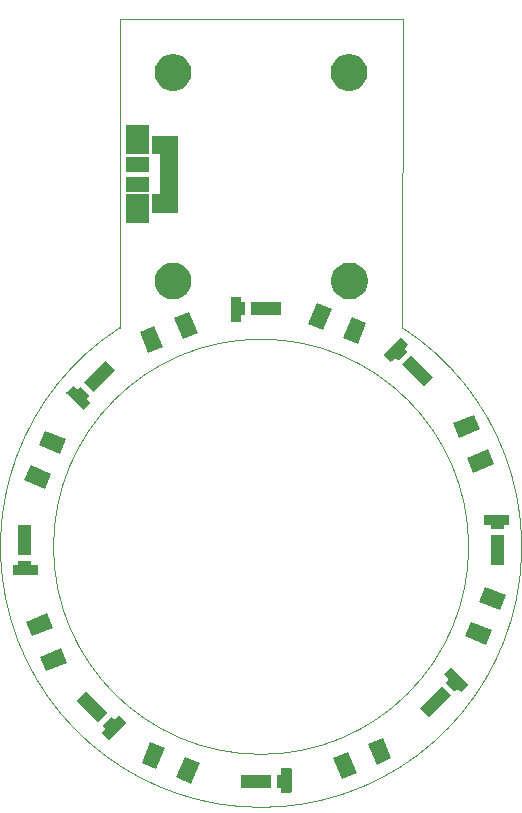
<source format=gbr>
G04 #@! TF.GenerationSoftware,KiCad,Pcbnew,(5.1.0)-1*
G04 #@! TF.CreationDate,2019-04-30T21:22:08-04:00*
G04 #@! TF.ProjectId,MIcroscope_Light,4d496372-6f73-4636-9f70-655f4c696768,rev?*
G04 #@! TF.SameCoordinates,Original*
G04 #@! TF.FileFunction,Soldermask,Bot*
G04 #@! TF.FilePolarity,Negative*
%FSLAX46Y46*%
G04 Gerber Fmt 4.6, Leading zero omitted, Abs format (unit mm)*
G04 Created by KiCad (PCBNEW (5.1.0)-1) date 2019-04-30 21:22:08*
%MOMM*%
%LPD*%
G04 APERTURE LIST*
%ADD10C,0.050000*%
%ADD11C,0.100000*%
G04 APERTURE END LIST*
D10*
X147075000Y-91500000D02*
G75*
G03X147075000Y-91500000I-17575000J0D01*
G01*
X141450000Y-72950000D02*
G75*
G02X117550000Y-72950000I-11950000J-18550000D01*
G01*
X141500000Y-46850000D02*
X141450000Y-72950000D01*
X117550000Y-46850000D02*
X141500000Y-46850000D01*
X117550000Y-72950000D02*
X117550000Y-46850000D01*
D11*
G36*
X131981281Y-110249078D02*
G01*
X131987295Y-110249671D01*
X132002031Y-110252602D01*
X132006635Y-110253998D01*
X132020523Y-110259751D01*
X132024760Y-110262015D01*
X132037243Y-110270358D01*
X132040971Y-110273417D01*
X132051583Y-110284029D01*
X132054642Y-110287757D01*
X132062985Y-110300240D01*
X132065249Y-110304477D01*
X132071002Y-110318365D01*
X132072398Y-110322969D01*
X132075329Y-110337705D01*
X132075922Y-110343719D01*
X132076292Y-110351253D01*
X132076292Y-112248747D01*
X132075922Y-112256281D01*
X132075329Y-112262295D01*
X132072398Y-112277031D01*
X132071002Y-112281635D01*
X132065249Y-112295523D01*
X132062985Y-112299760D01*
X132054642Y-112312243D01*
X132051583Y-112315971D01*
X132040971Y-112326583D01*
X132037243Y-112329642D01*
X132024760Y-112337985D01*
X132020523Y-112340249D01*
X132006635Y-112346002D01*
X132002031Y-112347398D01*
X131987295Y-112350329D01*
X131981281Y-112350922D01*
X131973747Y-112351292D01*
X131276253Y-112351292D01*
X131268719Y-112350922D01*
X131262705Y-112350329D01*
X131247969Y-112347398D01*
X131243365Y-112346002D01*
X131229477Y-112340249D01*
X131225240Y-112337985D01*
X131212757Y-112329642D01*
X131209029Y-112326583D01*
X131198417Y-112315971D01*
X131195358Y-112312243D01*
X131187015Y-112299760D01*
X131184751Y-112295523D01*
X131178998Y-112281635D01*
X131177602Y-112277031D01*
X131174671Y-112262295D01*
X131174078Y-112256281D01*
X131173708Y-112248747D01*
X131173708Y-111952091D01*
X131172732Y-111942181D01*
X131169841Y-111932651D01*
X131165147Y-111923869D01*
X131158829Y-111916171D01*
X131151131Y-111909853D01*
X131142349Y-111905159D01*
X131132819Y-111902268D01*
X131122909Y-111901292D01*
X130877493Y-111901292D01*
X130865043Y-111900066D01*
X130855464Y-111897160D01*
X130846641Y-111892444D01*
X130838905Y-111886095D01*
X130832556Y-111878359D01*
X130827840Y-111869536D01*
X130824934Y-111859957D01*
X130823708Y-111847507D01*
X130823708Y-110852493D01*
X130824934Y-110840043D01*
X130827840Y-110830464D01*
X130832556Y-110821641D01*
X130838905Y-110813905D01*
X130846641Y-110807556D01*
X130855464Y-110802840D01*
X130865043Y-110799934D01*
X130877493Y-110798708D01*
X131122909Y-110798708D01*
X131132819Y-110797732D01*
X131142349Y-110794841D01*
X131151131Y-110790147D01*
X131158829Y-110783829D01*
X131165147Y-110776131D01*
X131169841Y-110767349D01*
X131172732Y-110757819D01*
X131173708Y-110747909D01*
X131173708Y-110351253D01*
X131174078Y-110343719D01*
X131174671Y-110337705D01*
X131177602Y-110322969D01*
X131178998Y-110318365D01*
X131184751Y-110304477D01*
X131187015Y-110300240D01*
X131195358Y-110287757D01*
X131198417Y-110284029D01*
X131209029Y-110273417D01*
X131212757Y-110270358D01*
X131225240Y-110262015D01*
X131229477Y-110259751D01*
X131243365Y-110253998D01*
X131247969Y-110252602D01*
X131262705Y-110249671D01*
X131268719Y-110249078D01*
X131276253Y-110248708D01*
X131973747Y-110248708D01*
X131981281Y-110249078D01*
X131981281Y-110249078D01*
G37*
G36*
X130375800Y-111900800D02*
G01*
X127774200Y-111900800D01*
X127774200Y-110799200D01*
X130375800Y-110799200D01*
X130375800Y-111900800D01*
X130375800Y-111900800D01*
G37*
G36*
X124307182Y-109788659D02*
G01*
X123579471Y-111545509D01*
X122335374Y-111030187D01*
X123063085Y-109273337D01*
X124307182Y-109788659D01*
X124307182Y-109788659D01*
G37*
G36*
X137593348Y-110639610D02*
G01*
X136349251Y-111154932D01*
X135621540Y-109398082D01*
X136865637Y-108882760D01*
X137593348Y-110639610D01*
X137593348Y-110639610D01*
G37*
G36*
X121364626Y-108569813D02*
G01*
X120636915Y-110326663D01*
X119392818Y-109811341D01*
X120120529Y-108054491D01*
X121364626Y-108569813D01*
X121364626Y-108569813D01*
G37*
G36*
X140535904Y-109420764D02*
G01*
X139291807Y-109936086D01*
X138564096Y-108179236D01*
X139808193Y-107663914D01*
X140535904Y-109420764D01*
X140535904Y-109420764D01*
G37*
G36*
X117474523Y-105797680D02*
G01*
X117489251Y-105800609D01*
X117493849Y-105802004D01*
X117496161Y-105802962D01*
X117496172Y-105802965D01*
X117505422Y-105806797D01*
X117505428Y-105806800D01*
X117507745Y-105807760D01*
X117511975Y-105810021D01*
X117524468Y-105818369D01*
X117529146Y-105822208D01*
X117534742Y-105827280D01*
X118027925Y-106320463D01*
X118032997Y-106326059D01*
X118036840Y-106330741D01*
X118045185Y-106343232D01*
X118047447Y-106347462D01*
X118053197Y-106361345D01*
X118054593Y-106365948D01*
X118055081Y-106368403D01*
X118055083Y-106368408D01*
X118057037Y-106378229D01*
X118057526Y-106380689D01*
X118057997Y-106385480D01*
X118057997Y-106400486D01*
X118057526Y-106405277D01*
X118057037Y-106407732D01*
X118057037Y-106407737D01*
X118055083Y-106417558D01*
X118055081Y-106417563D01*
X118054593Y-106420018D01*
X118053197Y-106424621D01*
X118047447Y-106438504D01*
X118045185Y-106442734D01*
X118036840Y-106455225D01*
X118032997Y-106459907D01*
X118027925Y-106465503D01*
X116686214Y-107807214D01*
X116680618Y-107812286D01*
X116675940Y-107816125D01*
X116663447Y-107824473D01*
X116659214Y-107826736D01*
X116656896Y-107827696D01*
X116656894Y-107827697D01*
X116647643Y-107831529D01*
X116647639Y-107831530D01*
X116645329Y-107832487D01*
X116640721Y-107833885D01*
X116625987Y-107836815D01*
X116621198Y-107837286D01*
X116606191Y-107837286D01*
X116601400Y-107836815D01*
X116598942Y-107836326D01*
X116598940Y-107836326D01*
X116589125Y-107834374D01*
X116586666Y-107833885D01*
X116582062Y-107832489D01*
X116579747Y-107831530D01*
X116579744Y-107831529D01*
X116570491Y-107827696D01*
X116570486Y-107827693D01*
X116568168Y-107826733D01*
X116563937Y-107824471D01*
X116560994Y-107822505D01*
X116553536Y-107817521D01*
X116553534Y-107817519D01*
X116551449Y-107816126D01*
X116546768Y-107812286D01*
X116541181Y-107807222D01*
X116047989Y-107314029D01*
X116042917Y-107308434D01*
X116039083Y-107303762D01*
X116030728Y-107291259D01*
X116028465Y-107287026D01*
X116022717Y-107273146D01*
X116021321Y-107268543D01*
X116018390Y-107253809D01*
X116017919Y-107249027D01*
X116017919Y-107233995D01*
X116018390Y-107229213D01*
X116021321Y-107214479D01*
X116022717Y-107209876D01*
X116028465Y-107195996D01*
X116030728Y-107191763D01*
X116039083Y-107179260D01*
X116042917Y-107174588D01*
X116047989Y-107168993D01*
X116257748Y-106959233D01*
X116264066Y-106951535D01*
X116268760Y-106942753D01*
X116271651Y-106933223D01*
X116272627Y-106923313D01*
X116271651Y-106913402D01*
X116268760Y-106903873D01*
X116264066Y-106895090D01*
X116257748Y-106887393D01*
X116084217Y-106713862D01*
X116076275Y-106704185D01*
X116071559Y-106695362D01*
X116068653Y-106685783D01*
X116067673Y-106675826D01*
X116068653Y-106665869D01*
X116071559Y-106656290D01*
X116076275Y-106647467D01*
X116084217Y-106637790D01*
X116787790Y-105934217D01*
X116797467Y-105926275D01*
X116806290Y-105921559D01*
X116815869Y-105918653D01*
X116825826Y-105917673D01*
X116835783Y-105918653D01*
X116845362Y-105921559D01*
X116854185Y-105926275D01*
X116863862Y-105934217D01*
X117037393Y-106107748D01*
X117045091Y-106114066D01*
X117053873Y-106118760D01*
X117063403Y-106121651D01*
X117073313Y-106122627D01*
X117083223Y-106121651D01*
X117092753Y-106118760D01*
X117101535Y-106114066D01*
X117109233Y-106107748D01*
X117389709Y-105827272D01*
X117395296Y-105822208D01*
X117399977Y-105818368D01*
X117402062Y-105816975D01*
X117402064Y-105816973D01*
X117410376Y-105811419D01*
X117412465Y-105810023D01*
X117416696Y-105807761D01*
X117419014Y-105806801D01*
X117419019Y-105806798D01*
X117428272Y-105802965D01*
X117428275Y-105802964D01*
X117430590Y-105802005D01*
X117435194Y-105800609D01*
X117437653Y-105800120D01*
X117447468Y-105798168D01*
X117447470Y-105798168D01*
X117449928Y-105797679D01*
X117454719Y-105797208D01*
X117469725Y-105797208D01*
X117474523Y-105797680D01*
X117474523Y-105797680D01*
G37*
G36*
X116508760Y-105579810D02*
G01*
X115729810Y-106358760D01*
X113890200Y-104519150D01*
X114669150Y-103740200D01*
X116508760Y-105579810D01*
X116508760Y-105579810D01*
G37*
G36*
X145572956Y-104055994D02*
G01*
X143733346Y-105895604D01*
X142954396Y-105116654D01*
X144794006Y-103277044D01*
X145572956Y-104055994D01*
X145572956Y-104055994D01*
G37*
G36*
X145619473Y-101728278D02*
G01*
X145621928Y-101728767D01*
X145621933Y-101728767D01*
X145631754Y-101730721D01*
X145631759Y-101730723D01*
X145634214Y-101731211D01*
X145638817Y-101732607D01*
X145652700Y-101738357D01*
X145656930Y-101740619D01*
X145669421Y-101748964D01*
X145674103Y-101752807D01*
X145679699Y-101757879D01*
X147021410Y-103099590D01*
X147026482Y-103105186D01*
X147030321Y-103109864D01*
X147038669Y-103122357D01*
X147040932Y-103126590D01*
X147046683Y-103140475D01*
X147048081Y-103145083D01*
X147051011Y-103159817D01*
X147051482Y-103164606D01*
X147051482Y-103179613D01*
X147051011Y-103184404D01*
X147048081Y-103199138D01*
X147046685Y-103203742D01*
X147045726Y-103206057D01*
X147045725Y-103206060D01*
X147041892Y-103215313D01*
X147041889Y-103215318D01*
X147040929Y-103217636D01*
X147038667Y-103221867D01*
X147030322Y-103234355D01*
X147026482Y-103239036D01*
X147021418Y-103244623D01*
X146528225Y-103737815D01*
X146522630Y-103742887D01*
X146517958Y-103746721D01*
X146505455Y-103755076D01*
X146501222Y-103757339D01*
X146487342Y-103763087D01*
X146482739Y-103764483D01*
X146480279Y-103764972D01*
X146480277Y-103764973D01*
X146476808Y-103765663D01*
X146468005Y-103767414D01*
X146463223Y-103767885D01*
X146448191Y-103767885D01*
X146443409Y-103767414D01*
X146434606Y-103765663D01*
X146431137Y-103764973D01*
X146431135Y-103764972D01*
X146428675Y-103764483D01*
X146424072Y-103763087D01*
X146410192Y-103757339D01*
X146405959Y-103755076D01*
X146393456Y-103746721D01*
X146388784Y-103742887D01*
X146383189Y-103737815D01*
X146173429Y-103528056D01*
X146165731Y-103521738D01*
X146156949Y-103517044D01*
X146147419Y-103514153D01*
X146137509Y-103513177D01*
X146127598Y-103514153D01*
X146118069Y-103517044D01*
X146109286Y-103521738D01*
X146101589Y-103528056D01*
X145928058Y-103701587D01*
X145918381Y-103709529D01*
X145909558Y-103714245D01*
X145899979Y-103717151D01*
X145890022Y-103718131D01*
X145880065Y-103717151D01*
X145870486Y-103714245D01*
X145861663Y-103709529D01*
X145851986Y-103701587D01*
X145148413Y-102998014D01*
X145140471Y-102988337D01*
X145135755Y-102979514D01*
X145132849Y-102969935D01*
X145131869Y-102959978D01*
X145132849Y-102950021D01*
X145135755Y-102940442D01*
X145140471Y-102931619D01*
X145148413Y-102921942D01*
X145321944Y-102748411D01*
X145328262Y-102740713D01*
X145332956Y-102731931D01*
X145335847Y-102722401D01*
X145336823Y-102712491D01*
X145335847Y-102702581D01*
X145332956Y-102693051D01*
X145328262Y-102684269D01*
X145321944Y-102676571D01*
X145041468Y-102396095D01*
X145036404Y-102390508D01*
X145032564Y-102385827D01*
X145024219Y-102373339D01*
X145021957Y-102369108D01*
X145020997Y-102366790D01*
X145020994Y-102366785D01*
X145017161Y-102357532D01*
X145017160Y-102357529D01*
X145016201Y-102355214D01*
X145014805Y-102350610D01*
X145011875Y-102335876D01*
X145011404Y-102331085D01*
X145011404Y-102316079D01*
X145011876Y-102311281D01*
X145014805Y-102296553D01*
X145016200Y-102291955D01*
X145017158Y-102289643D01*
X145017161Y-102289632D01*
X145020993Y-102280382D01*
X145020996Y-102280376D01*
X145021956Y-102278059D01*
X145024217Y-102273829D01*
X145032565Y-102261336D01*
X145036404Y-102256658D01*
X145041476Y-102251062D01*
X145534659Y-101757879D01*
X145540255Y-101752807D01*
X145544937Y-101748964D01*
X145557428Y-101740619D01*
X145561658Y-101738357D01*
X145575541Y-101732607D01*
X145580144Y-101731211D01*
X145582599Y-101730723D01*
X145582604Y-101730721D01*
X145592425Y-101728767D01*
X145592430Y-101728767D01*
X145594885Y-101728278D01*
X145599676Y-101727807D01*
X145614682Y-101727807D01*
X145619473Y-101728278D01*
X145619473Y-101728278D01*
G37*
G36*
X113086086Y-101308193D02*
G01*
X111329236Y-102035904D01*
X110813914Y-100791807D01*
X112570764Y-100064096D01*
X113086086Y-101308193D01*
X113086086Y-101308193D01*
G37*
G36*
X149026663Y-98563085D02*
G01*
X148511341Y-99807182D01*
X146754491Y-99079471D01*
X147269813Y-97835374D01*
X149026663Y-98563085D01*
X149026663Y-98563085D01*
G37*
G36*
X111867240Y-98365637D02*
G01*
X110110390Y-99093348D01*
X109595068Y-97849251D01*
X111351918Y-97121540D01*
X111867240Y-98365637D01*
X111867240Y-98365637D01*
G37*
G36*
X150245509Y-95620529D02*
G01*
X149730187Y-96864626D01*
X147973337Y-96136915D01*
X148488659Y-94892818D01*
X150245509Y-95620529D01*
X150245509Y-95620529D01*
G37*
G36*
X110009957Y-92674934D02*
G01*
X110019536Y-92677840D01*
X110028359Y-92682556D01*
X110036095Y-92688905D01*
X110042444Y-92696641D01*
X110047160Y-92705464D01*
X110050066Y-92715043D01*
X110051292Y-92727493D01*
X110051292Y-92972909D01*
X110052268Y-92982819D01*
X110055159Y-92992349D01*
X110059853Y-93001131D01*
X110066171Y-93008829D01*
X110073869Y-93015147D01*
X110082651Y-93019841D01*
X110092181Y-93022732D01*
X110102091Y-93023708D01*
X110498747Y-93023708D01*
X110506281Y-93024078D01*
X110512295Y-93024671D01*
X110527031Y-93027602D01*
X110531635Y-93028998D01*
X110545523Y-93034751D01*
X110549760Y-93037015D01*
X110562243Y-93045358D01*
X110565971Y-93048417D01*
X110576583Y-93059029D01*
X110579642Y-93062757D01*
X110587985Y-93075240D01*
X110590249Y-93079477D01*
X110596002Y-93093365D01*
X110597398Y-93097969D01*
X110600329Y-93112705D01*
X110600922Y-93118719D01*
X110601292Y-93126253D01*
X110601292Y-93823747D01*
X110600922Y-93831281D01*
X110600329Y-93837295D01*
X110597398Y-93852031D01*
X110596002Y-93856635D01*
X110590249Y-93870523D01*
X110587985Y-93874760D01*
X110579642Y-93887243D01*
X110576583Y-93890971D01*
X110565971Y-93901583D01*
X110562243Y-93904642D01*
X110549760Y-93912985D01*
X110545523Y-93915249D01*
X110531635Y-93921002D01*
X110527031Y-93922398D01*
X110512295Y-93925329D01*
X110506281Y-93925922D01*
X110498747Y-93926292D01*
X108601253Y-93926292D01*
X108593719Y-93925922D01*
X108587705Y-93925329D01*
X108572969Y-93922398D01*
X108568365Y-93921002D01*
X108554477Y-93915249D01*
X108550240Y-93912985D01*
X108537757Y-93904642D01*
X108534029Y-93901583D01*
X108523417Y-93890971D01*
X108520358Y-93887243D01*
X108512015Y-93874760D01*
X108509751Y-93870523D01*
X108503998Y-93856635D01*
X108502602Y-93852031D01*
X108499671Y-93837295D01*
X108499078Y-93831281D01*
X108498708Y-93823747D01*
X108498708Y-93126253D01*
X108499078Y-93118719D01*
X108499671Y-93112705D01*
X108502602Y-93097969D01*
X108503998Y-93093365D01*
X108509751Y-93079477D01*
X108512015Y-93075240D01*
X108520358Y-93062757D01*
X108523417Y-93059029D01*
X108534029Y-93048417D01*
X108537757Y-93045358D01*
X108550240Y-93037015D01*
X108554477Y-93034751D01*
X108568365Y-93028998D01*
X108572969Y-93027602D01*
X108587705Y-93024671D01*
X108593719Y-93024078D01*
X108601253Y-93023708D01*
X108897909Y-93023708D01*
X108907819Y-93022732D01*
X108917349Y-93019841D01*
X108926131Y-93015147D01*
X108933829Y-93008829D01*
X108940147Y-93001131D01*
X108944841Y-92992349D01*
X108947732Y-92982819D01*
X108948708Y-92972909D01*
X108948708Y-92727493D01*
X108949934Y-92715043D01*
X108952840Y-92705464D01*
X108957556Y-92696641D01*
X108963905Y-92688905D01*
X108971641Y-92682556D01*
X108980464Y-92677840D01*
X108990043Y-92674934D01*
X109002493Y-92673708D01*
X109997507Y-92673708D01*
X110009957Y-92674934D01*
X110009957Y-92674934D01*
G37*
G36*
X150050800Y-93075800D02*
G01*
X148949200Y-93075800D01*
X148949200Y-90474200D01*
X150050800Y-90474200D01*
X150050800Y-93075800D01*
X150050800Y-93075800D01*
G37*
G36*
X110050800Y-92225800D02*
G01*
X108949200Y-92225800D01*
X108949200Y-89624200D01*
X110050800Y-89624200D01*
X110050800Y-92225800D01*
X110050800Y-92225800D01*
G37*
G36*
X150406281Y-88774078D02*
G01*
X150412295Y-88774671D01*
X150427031Y-88777602D01*
X150431635Y-88778998D01*
X150445523Y-88784751D01*
X150449760Y-88787015D01*
X150462243Y-88795358D01*
X150465971Y-88798417D01*
X150476583Y-88809029D01*
X150479642Y-88812757D01*
X150487985Y-88825240D01*
X150490249Y-88829477D01*
X150496002Y-88843365D01*
X150497398Y-88847969D01*
X150500329Y-88862705D01*
X150500922Y-88868719D01*
X150501292Y-88876253D01*
X150501292Y-89573747D01*
X150500922Y-89581281D01*
X150500329Y-89587295D01*
X150497398Y-89602031D01*
X150496002Y-89606635D01*
X150490249Y-89620523D01*
X150487985Y-89624760D01*
X150479642Y-89637243D01*
X150476583Y-89640971D01*
X150465971Y-89651583D01*
X150462243Y-89654642D01*
X150449760Y-89662985D01*
X150445523Y-89665249D01*
X150431635Y-89671002D01*
X150427031Y-89672398D01*
X150412295Y-89675329D01*
X150406281Y-89675922D01*
X150398747Y-89676292D01*
X150102091Y-89676292D01*
X150092181Y-89677268D01*
X150082651Y-89680159D01*
X150073869Y-89684853D01*
X150066171Y-89691171D01*
X150059853Y-89698869D01*
X150055159Y-89707651D01*
X150052268Y-89717181D01*
X150051292Y-89727091D01*
X150051292Y-89972507D01*
X150050066Y-89984957D01*
X150047160Y-89994536D01*
X150042444Y-90003359D01*
X150036095Y-90011095D01*
X150028359Y-90017444D01*
X150019536Y-90022160D01*
X150009957Y-90025066D01*
X149997507Y-90026292D01*
X149002493Y-90026292D01*
X148990043Y-90025066D01*
X148980464Y-90022160D01*
X148971641Y-90017444D01*
X148963905Y-90011095D01*
X148957556Y-90003359D01*
X148952840Y-89994536D01*
X148949934Y-89984957D01*
X148948708Y-89972507D01*
X148948708Y-89727091D01*
X148947732Y-89717181D01*
X148944841Y-89707651D01*
X148940147Y-89698869D01*
X148933829Y-89691171D01*
X148926131Y-89684853D01*
X148917349Y-89680159D01*
X148907819Y-89677268D01*
X148897909Y-89676292D01*
X148501253Y-89676292D01*
X148493719Y-89675922D01*
X148487705Y-89675329D01*
X148472969Y-89672398D01*
X148468365Y-89671002D01*
X148454477Y-89665249D01*
X148450240Y-89662985D01*
X148437757Y-89654642D01*
X148434029Y-89651583D01*
X148423417Y-89640971D01*
X148420358Y-89637243D01*
X148412015Y-89624760D01*
X148409751Y-89620523D01*
X148403998Y-89606635D01*
X148402602Y-89602031D01*
X148399671Y-89587295D01*
X148399078Y-89581281D01*
X148398708Y-89573747D01*
X148398708Y-88876253D01*
X148399078Y-88868719D01*
X148399671Y-88862705D01*
X148402602Y-88847969D01*
X148403998Y-88843365D01*
X148409751Y-88829477D01*
X148412015Y-88825240D01*
X148420358Y-88812757D01*
X148423417Y-88809029D01*
X148434029Y-88798417D01*
X148437757Y-88795358D01*
X148450240Y-88787015D01*
X148454477Y-88784751D01*
X148468365Y-88778998D01*
X148472969Y-88777602D01*
X148487705Y-88774671D01*
X148493719Y-88774078D01*
X148501253Y-88773708D01*
X150398747Y-88773708D01*
X150406281Y-88774078D01*
X150406281Y-88774078D01*
G37*
G36*
X111736086Y-85341807D02*
G01*
X111220764Y-86585904D01*
X109463914Y-85858193D01*
X109979236Y-84614096D01*
X111736086Y-85341807D01*
X111736086Y-85341807D01*
G37*
G36*
X149236086Y-84508193D02*
G01*
X147479236Y-85235904D01*
X146963914Y-83991807D01*
X148720764Y-83264096D01*
X149236086Y-84508193D01*
X149236086Y-84508193D01*
G37*
G36*
X112954932Y-82399251D02*
G01*
X112439610Y-83643348D01*
X110682760Y-82915637D01*
X111198082Y-81671540D01*
X112954932Y-82399251D01*
X112954932Y-82399251D01*
G37*
G36*
X148017240Y-81565637D02*
G01*
X146260390Y-82293348D01*
X145745068Y-81049251D01*
X147501918Y-80321540D01*
X148017240Y-81565637D01*
X148017240Y-81565637D01*
G37*
G36*
X113620787Y-77868390D02*
G01*
X113629590Y-77870141D01*
X113633059Y-77870831D01*
X113633061Y-77870832D01*
X113635521Y-77871321D01*
X113640124Y-77872717D01*
X113654004Y-77878465D01*
X113658237Y-77880728D01*
X113670740Y-77889083D01*
X113675412Y-77892917D01*
X113681007Y-77897989D01*
X113890767Y-78107748D01*
X113898465Y-78114066D01*
X113907247Y-78118760D01*
X113916777Y-78121651D01*
X113926687Y-78122627D01*
X113936598Y-78121651D01*
X113946127Y-78118760D01*
X113954910Y-78114066D01*
X113962607Y-78107748D01*
X114136138Y-77934217D01*
X114145815Y-77926275D01*
X114154638Y-77921559D01*
X114164217Y-77918653D01*
X114174174Y-77917673D01*
X114184131Y-77918653D01*
X114193710Y-77921559D01*
X114202533Y-77926275D01*
X114212210Y-77934217D01*
X114915783Y-78637790D01*
X114923725Y-78647467D01*
X114928441Y-78656290D01*
X114931347Y-78665869D01*
X114932327Y-78675826D01*
X114931347Y-78685783D01*
X114928441Y-78695362D01*
X114923725Y-78704185D01*
X114915783Y-78713862D01*
X114742252Y-78887393D01*
X114735934Y-78895091D01*
X114731240Y-78903873D01*
X114728349Y-78913403D01*
X114727373Y-78923313D01*
X114728349Y-78933223D01*
X114731240Y-78942753D01*
X114735934Y-78951535D01*
X114742252Y-78959233D01*
X115022728Y-79239709D01*
X115027792Y-79245296D01*
X115031632Y-79249977D01*
X115039977Y-79262465D01*
X115042239Y-79266696D01*
X115043199Y-79269014D01*
X115043202Y-79269019D01*
X115047035Y-79278272D01*
X115047995Y-79280590D01*
X115049391Y-79285194D01*
X115052321Y-79299928D01*
X115052792Y-79304719D01*
X115052792Y-79319725D01*
X115052320Y-79324523D01*
X115049391Y-79339251D01*
X115047996Y-79343849D01*
X115047038Y-79346161D01*
X115047035Y-79346172D01*
X115043203Y-79355422D01*
X115043200Y-79355428D01*
X115042240Y-79357745D01*
X115039979Y-79361975D01*
X115031631Y-79374468D01*
X115027792Y-79379146D01*
X115022720Y-79384742D01*
X114529537Y-79877925D01*
X114523941Y-79882997D01*
X114519259Y-79886840D01*
X114506768Y-79895185D01*
X114502538Y-79897447D01*
X114488655Y-79903197D01*
X114484052Y-79904593D01*
X114481597Y-79905081D01*
X114481592Y-79905083D01*
X114471771Y-79907037D01*
X114471766Y-79907037D01*
X114469311Y-79907526D01*
X114464520Y-79907997D01*
X114449514Y-79907997D01*
X114444723Y-79907526D01*
X114442268Y-79907037D01*
X114442263Y-79907037D01*
X114432442Y-79905083D01*
X114432437Y-79905081D01*
X114429982Y-79904593D01*
X114425379Y-79903197D01*
X114411496Y-79897447D01*
X114407266Y-79895185D01*
X114394775Y-79886840D01*
X114390093Y-79882997D01*
X114384497Y-79877925D01*
X113042786Y-78536214D01*
X113037714Y-78530618D01*
X113033875Y-78525940D01*
X113025527Y-78513447D01*
X113023264Y-78509214D01*
X113017513Y-78495329D01*
X113016115Y-78490721D01*
X113013185Y-78475987D01*
X113012714Y-78471198D01*
X113012714Y-78456191D01*
X113013185Y-78451400D01*
X113016115Y-78436666D01*
X113017511Y-78432062D01*
X113018471Y-78429744D01*
X113022304Y-78420491D01*
X113022307Y-78420486D01*
X113023267Y-78418168D01*
X113025529Y-78413937D01*
X113033874Y-78401449D01*
X113037714Y-78396768D01*
X113042778Y-78391181D01*
X113535971Y-77897989D01*
X113541566Y-77892917D01*
X113546238Y-77889083D01*
X113558741Y-77880728D01*
X113562974Y-77878465D01*
X113576854Y-77872717D01*
X113581457Y-77871321D01*
X113583917Y-77870832D01*
X113583919Y-77870831D01*
X113587388Y-77870141D01*
X113596191Y-77868390D01*
X113600973Y-77867919D01*
X113616005Y-77867919D01*
X113620787Y-77868390D01*
X113620787Y-77868390D01*
G37*
G36*
X117109800Y-76519150D02*
G01*
X115270190Y-78358760D01*
X114491240Y-77579810D01*
X116330850Y-75740200D01*
X117109800Y-76519150D01*
X117109800Y-76519150D01*
G37*
G36*
X144045604Y-77116654D02*
G01*
X143266654Y-77895604D01*
X141427044Y-76055994D01*
X142205994Y-75277044D01*
X144045604Y-77116654D01*
X144045604Y-77116654D01*
G37*
G36*
X141334404Y-73798989D02*
G01*
X141336862Y-73799478D01*
X141336864Y-73799478D01*
X141346679Y-73801430D01*
X141349138Y-73801919D01*
X141353742Y-73803315D01*
X141356057Y-73804274D01*
X141356060Y-73804275D01*
X141365313Y-73808108D01*
X141365318Y-73808111D01*
X141367636Y-73809071D01*
X141371867Y-73811333D01*
X141373956Y-73812729D01*
X141382268Y-73818283D01*
X141382270Y-73818285D01*
X141384355Y-73819678D01*
X141389036Y-73823518D01*
X141394623Y-73828582D01*
X141887815Y-74321775D01*
X141892887Y-74327370D01*
X141896721Y-74332042D01*
X141905076Y-74344545D01*
X141907339Y-74348778D01*
X141913087Y-74362658D01*
X141914483Y-74367261D01*
X141917414Y-74381995D01*
X141917885Y-74386777D01*
X141917885Y-74401809D01*
X141917414Y-74406591D01*
X141914483Y-74421325D01*
X141913087Y-74425928D01*
X141907339Y-74439808D01*
X141905076Y-74444041D01*
X141896721Y-74456544D01*
X141892887Y-74461216D01*
X141887815Y-74466811D01*
X141678056Y-74676571D01*
X141671738Y-74684269D01*
X141667044Y-74693051D01*
X141664153Y-74702581D01*
X141663177Y-74712491D01*
X141664153Y-74722402D01*
X141667044Y-74731931D01*
X141671738Y-74740714D01*
X141678056Y-74748411D01*
X141851587Y-74921942D01*
X141859529Y-74931619D01*
X141864245Y-74940442D01*
X141867151Y-74950021D01*
X141868131Y-74959978D01*
X141867151Y-74969935D01*
X141864245Y-74979514D01*
X141859529Y-74988337D01*
X141851587Y-74998014D01*
X141148014Y-75701587D01*
X141138337Y-75709529D01*
X141129514Y-75714245D01*
X141119935Y-75717151D01*
X141109978Y-75718131D01*
X141100021Y-75717151D01*
X141090442Y-75714245D01*
X141081619Y-75709529D01*
X141071942Y-75701587D01*
X140898411Y-75528056D01*
X140890713Y-75521738D01*
X140881931Y-75517044D01*
X140872401Y-75514153D01*
X140862491Y-75513177D01*
X140852581Y-75514153D01*
X140843051Y-75517044D01*
X140834269Y-75521738D01*
X140826571Y-75528056D01*
X140546095Y-75808532D01*
X140540508Y-75813596D01*
X140535827Y-75817436D01*
X140533742Y-75818829D01*
X140533740Y-75818831D01*
X140526282Y-75823815D01*
X140523339Y-75825781D01*
X140519108Y-75828043D01*
X140516790Y-75829003D01*
X140516785Y-75829006D01*
X140507532Y-75832839D01*
X140507529Y-75832840D01*
X140505214Y-75833799D01*
X140500610Y-75835195D01*
X140498151Y-75835684D01*
X140488336Y-75837636D01*
X140488334Y-75837636D01*
X140485876Y-75838125D01*
X140481085Y-75838596D01*
X140466079Y-75838596D01*
X140461281Y-75838124D01*
X140446553Y-75835195D01*
X140441955Y-75833800D01*
X140439643Y-75832842D01*
X140439632Y-75832839D01*
X140430382Y-75829007D01*
X140430376Y-75829004D01*
X140428059Y-75828044D01*
X140423829Y-75825783D01*
X140411336Y-75817435D01*
X140406658Y-75813596D01*
X140401062Y-75808524D01*
X139907879Y-75315341D01*
X139902807Y-75309745D01*
X139898964Y-75305063D01*
X139890619Y-75292572D01*
X139888357Y-75288342D01*
X139882607Y-75274459D01*
X139881211Y-75269856D01*
X139880723Y-75267401D01*
X139880721Y-75267396D01*
X139878767Y-75257575D01*
X139878767Y-75257570D01*
X139878278Y-75255115D01*
X139877807Y-75250324D01*
X139877807Y-75235318D01*
X139878278Y-75230527D01*
X139878767Y-75228067D01*
X139880721Y-75218246D01*
X139880723Y-75218241D01*
X139881211Y-75215786D01*
X139882607Y-75211183D01*
X139888357Y-75197300D01*
X139890619Y-75193070D01*
X139898964Y-75180579D01*
X139902807Y-75175897D01*
X139907879Y-75170301D01*
X141249590Y-73828590D01*
X141255186Y-73823518D01*
X141259864Y-73819679D01*
X141272357Y-73811331D01*
X141276590Y-73809068D01*
X141278910Y-73808107D01*
X141288161Y-73804275D01*
X141288165Y-73804274D01*
X141290475Y-73803317D01*
X141295083Y-73801919D01*
X141309817Y-73798989D01*
X141314606Y-73798518D01*
X141329613Y-73798518D01*
X141334404Y-73798989D01*
X141334404Y-73798989D01*
G37*
G36*
X121193348Y-74589610D02*
G01*
X119949251Y-75104932D01*
X119221540Y-73348082D01*
X120465637Y-72832760D01*
X121193348Y-74589610D01*
X121193348Y-74589610D01*
G37*
G36*
X138407182Y-72588659D02*
G01*
X137679471Y-74345509D01*
X136435374Y-73830187D01*
X137163085Y-72073337D01*
X138407182Y-72588659D01*
X138407182Y-72588659D01*
G37*
G36*
X124135904Y-73370764D02*
G01*
X122891807Y-73886086D01*
X122164096Y-72129236D01*
X123408193Y-71613914D01*
X124135904Y-73370764D01*
X124135904Y-73370764D01*
G37*
G36*
X135464626Y-71369813D02*
G01*
X134736915Y-73126663D01*
X133492818Y-72611341D01*
X134220529Y-70854491D01*
X135464626Y-71369813D01*
X135464626Y-71369813D01*
G37*
G36*
X127731281Y-70349078D02*
G01*
X127737295Y-70349671D01*
X127752031Y-70352602D01*
X127756635Y-70353998D01*
X127770523Y-70359751D01*
X127774760Y-70362015D01*
X127787243Y-70370358D01*
X127790971Y-70373417D01*
X127801583Y-70384029D01*
X127804642Y-70387757D01*
X127812985Y-70400240D01*
X127815249Y-70404477D01*
X127821002Y-70418365D01*
X127822398Y-70422969D01*
X127825329Y-70437705D01*
X127825922Y-70443719D01*
X127826292Y-70451253D01*
X127826292Y-70747909D01*
X127827268Y-70757819D01*
X127830159Y-70767349D01*
X127834853Y-70776131D01*
X127841171Y-70783829D01*
X127848869Y-70790147D01*
X127857651Y-70794841D01*
X127867181Y-70797732D01*
X127877091Y-70798708D01*
X128122507Y-70798708D01*
X128134957Y-70799934D01*
X128144536Y-70802840D01*
X128153359Y-70807556D01*
X128161095Y-70813905D01*
X128167444Y-70821641D01*
X128172160Y-70830464D01*
X128175066Y-70840043D01*
X128176292Y-70852493D01*
X128176292Y-71847507D01*
X128175066Y-71859957D01*
X128172160Y-71869536D01*
X128167444Y-71878359D01*
X128161095Y-71886095D01*
X128153359Y-71892444D01*
X128144536Y-71897160D01*
X128134957Y-71900066D01*
X128122507Y-71901292D01*
X127877091Y-71901292D01*
X127867181Y-71902268D01*
X127857651Y-71905159D01*
X127848869Y-71909853D01*
X127841171Y-71916171D01*
X127834853Y-71923869D01*
X127830159Y-71932651D01*
X127827268Y-71942181D01*
X127826292Y-71952091D01*
X127826292Y-72348747D01*
X127825922Y-72356281D01*
X127825329Y-72362295D01*
X127822398Y-72377031D01*
X127821002Y-72381635D01*
X127815249Y-72395523D01*
X127812985Y-72399760D01*
X127804642Y-72412243D01*
X127801583Y-72415971D01*
X127790971Y-72426583D01*
X127787243Y-72429642D01*
X127774760Y-72437985D01*
X127770523Y-72440249D01*
X127756635Y-72446002D01*
X127752031Y-72447398D01*
X127737295Y-72450329D01*
X127731281Y-72450922D01*
X127723747Y-72451292D01*
X127026253Y-72451292D01*
X127018719Y-72450922D01*
X127012705Y-72450329D01*
X126997969Y-72447398D01*
X126993365Y-72446002D01*
X126979477Y-72440249D01*
X126975240Y-72437985D01*
X126962757Y-72429642D01*
X126959029Y-72426583D01*
X126948417Y-72415971D01*
X126945358Y-72412243D01*
X126937015Y-72399760D01*
X126934751Y-72395523D01*
X126928998Y-72381635D01*
X126927602Y-72377031D01*
X126924671Y-72362295D01*
X126924078Y-72356281D01*
X126923708Y-72348747D01*
X126923708Y-70451253D01*
X126924078Y-70443719D01*
X126924671Y-70437705D01*
X126927602Y-70422969D01*
X126928998Y-70418365D01*
X126934751Y-70404477D01*
X126937015Y-70400240D01*
X126945358Y-70387757D01*
X126948417Y-70384029D01*
X126959029Y-70373417D01*
X126962757Y-70370358D01*
X126975240Y-70362015D01*
X126979477Y-70359751D01*
X126993365Y-70353998D01*
X126997969Y-70352602D01*
X127012705Y-70349671D01*
X127018719Y-70349078D01*
X127026253Y-70348708D01*
X127723747Y-70348708D01*
X127731281Y-70349078D01*
X127731281Y-70349078D01*
G37*
G36*
X131225800Y-71900800D02*
G01*
X128624200Y-71900800D01*
X128624200Y-70799200D01*
X131225800Y-70799200D01*
X131225800Y-71900800D01*
X131225800Y-71900800D01*
G37*
G36*
X122502352Y-67508796D02*
G01*
X122784579Y-67625699D01*
X123038578Y-67795415D01*
X123254585Y-68011422D01*
X123424301Y-68265421D01*
X123541204Y-68547648D01*
X123600800Y-68847259D01*
X123600800Y-69152741D01*
X123541204Y-69452352D01*
X123424301Y-69734579D01*
X123254585Y-69988578D01*
X123038578Y-70204585D01*
X122784579Y-70374301D01*
X122502352Y-70491204D01*
X122202741Y-70550800D01*
X121897259Y-70550800D01*
X121597648Y-70491204D01*
X121315421Y-70374301D01*
X121061422Y-70204585D01*
X120845415Y-69988578D01*
X120675699Y-69734579D01*
X120558796Y-69452352D01*
X120499200Y-69152741D01*
X120499200Y-68847259D01*
X120558796Y-68547648D01*
X120675699Y-68265421D01*
X120845415Y-68011422D01*
X121061422Y-67795415D01*
X121315421Y-67625699D01*
X121597648Y-67508796D01*
X121897259Y-67449200D01*
X122202741Y-67449200D01*
X122502352Y-67508796D01*
X122502352Y-67508796D01*
G37*
G36*
X137452352Y-67508796D02*
G01*
X137734579Y-67625699D01*
X137988578Y-67795415D01*
X138204585Y-68011422D01*
X138374301Y-68265421D01*
X138491204Y-68547648D01*
X138550800Y-68847259D01*
X138550800Y-69152741D01*
X138491204Y-69452352D01*
X138374301Y-69734579D01*
X138204585Y-69988578D01*
X137988578Y-70204585D01*
X137734579Y-70374301D01*
X137452352Y-70491204D01*
X137152741Y-70550800D01*
X136847259Y-70550800D01*
X136547648Y-70491204D01*
X136265421Y-70374301D01*
X136011422Y-70204585D01*
X135795415Y-69988578D01*
X135625699Y-69734579D01*
X135508796Y-69452352D01*
X135449200Y-69152741D01*
X135449200Y-68847259D01*
X135508796Y-68547648D01*
X135625699Y-68265421D01*
X135795415Y-68011422D01*
X136011422Y-67795415D01*
X136265421Y-67625699D01*
X136547648Y-67508796D01*
X136847259Y-67449200D01*
X137152741Y-67449200D01*
X137452352Y-67508796D01*
X137452352Y-67508796D01*
G37*
G36*
X120050800Y-64098300D02*
G01*
X118049200Y-64098300D01*
X118049200Y-61621700D01*
X120050800Y-61621700D01*
X120050800Y-64098300D01*
X120050800Y-64098300D01*
G37*
G36*
X122450800Y-63200800D02*
G01*
X120249200Y-63200800D01*
X120249200Y-61624200D01*
X120918401Y-61624200D01*
X120928311Y-61623224D01*
X120937841Y-61620333D01*
X120946623Y-61615639D01*
X120954321Y-61609321D01*
X120960639Y-61601623D01*
X120965333Y-61592841D01*
X120968224Y-61583311D01*
X120969200Y-61573401D01*
X120969200Y-58326599D01*
X120968224Y-58316689D01*
X120965333Y-58307159D01*
X120960639Y-58298377D01*
X120954321Y-58290679D01*
X120946623Y-58284361D01*
X120937841Y-58279667D01*
X120928311Y-58276776D01*
X120918401Y-58275800D01*
X120249200Y-58275800D01*
X120249200Y-56699200D01*
X122450800Y-56699200D01*
X122450800Y-63200800D01*
X122450800Y-63200800D01*
G37*
G36*
X120050800Y-61428300D02*
G01*
X118049200Y-61428300D01*
X118049200Y-60151700D01*
X120050800Y-60151700D01*
X120050800Y-61428300D01*
X120050800Y-61428300D01*
G37*
G36*
X120050800Y-59748300D02*
G01*
X118049200Y-59748300D01*
X118049200Y-58471700D01*
X120050800Y-58471700D01*
X120050800Y-59748300D01*
X120050800Y-59748300D01*
G37*
G36*
X120050800Y-58278300D02*
G01*
X118049200Y-58278300D01*
X118049200Y-55801700D01*
X120050800Y-55801700D01*
X120050800Y-58278300D01*
X120050800Y-58278300D01*
G37*
G36*
X137402352Y-49858796D02*
G01*
X137684579Y-49975699D01*
X137938578Y-50145415D01*
X138154585Y-50361422D01*
X138324301Y-50615421D01*
X138441204Y-50897648D01*
X138500800Y-51197259D01*
X138500800Y-51502741D01*
X138441204Y-51802352D01*
X138324301Y-52084579D01*
X138154585Y-52338578D01*
X137938578Y-52554585D01*
X137684579Y-52724301D01*
X137402352Y-52841204D01*
X137102741Y-52900800D01*
X136797259Y-52900800D01*
X136497648Y-52841204D01*
X136215421Y-52724301D01*
X135961422Y-52554585D01*
X135745415Y-52338578D01*
X135575699Y-52084579D01*
X135458796Y-51802352D01*
X135399200Y-51502741D01*
X135399200Y-51197259D01*
X135458796Y-50897648D01*
X135575699Y-50615421D01*
X135745415Y-50361422D01*
X135961422Y-50145415D01*
X136215421Y-49975699D01*
X136497648Y-49858796D01*
X136797259Y-49799200D01*
X137102741Y-49799200D01*
X137402352Y-49858796D01*
X137402352Y-49858796D01*
G37*
G36*
X122502352Y-49858796D02*
G01*
X122784579Y-49975699D01*
X123038578Y-50145415D01*
X123254585Y-50361422D01*
X123424301Y-50615421D01*
X123541204Y-50897648D01*
X123600800Y-51197259D01*
X123600800Y-51502741D01*
X123541204Y-51802352D01*
X123424301Y-52084579D01*
X123254585Y-52338578D01*
X123038578Y-52554585D01*
X122784579Y-52724301D01*
X122502352Y-52841204D01*
X122202741Y-52900800D01*
X121897259Y-52900800D01*
X121597648Y-52841204D01*
X121315421Y-52724301D01*
X121061422Y-52554585D01*
X120845415Y-52338578D01*
X120675699Y-52084579D01*
X120558796Y-51802352D01*
X120499200Y-51502741D01*
X120499200Y-51197259D01*
X120558796Y-50897648D01*
X120675699Y-50615421D01*
X120845415Y-50361422D01*
X121061422Y-50145415D01*
X121315421Y-49975699D01*
X121597648Y-49858796D01*
X121897259Y-49799200D01*
X122202741Y-49799200D01*
X122502352Y-49858796D01*
X122502352Y-49858796D01*
G37*
M02*

</source>
